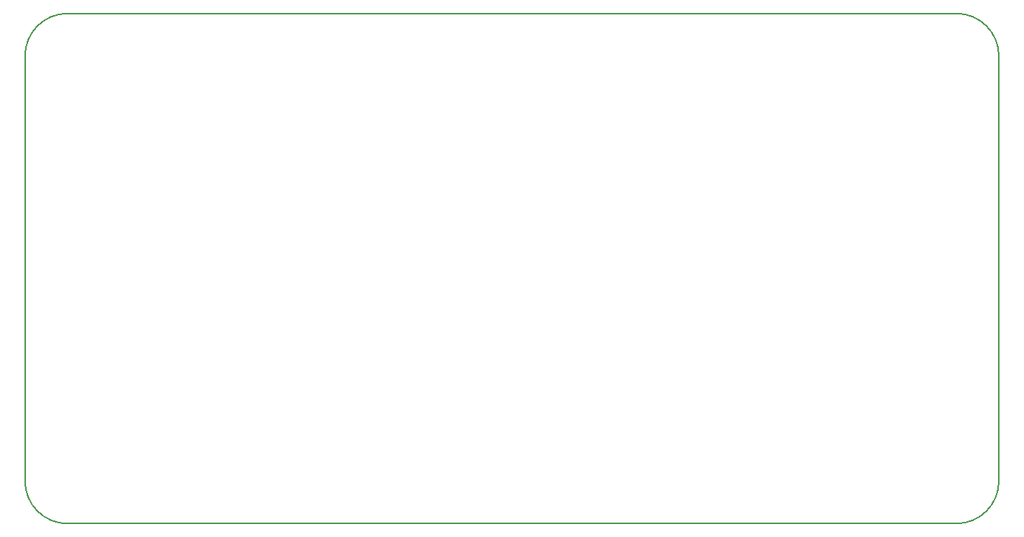
<source format=gm1>
G04 #@! TF.GenerationSoftware,KiCad,Pcbnew,(5.1.5)-3*
G04 #@! TF.CreationDate,2020-02-15T15:27:20-06:00*
G04 #@! TF.ProjectId,RTDTemp,52544454-656d-4702-9e6b-696361645f70,Rev1.2+*
G04 #@! TF.SameCoordinates,Original*
G04 #@! TF.FileFunction,Profile,NP*
%FSLAX46Y46*%
G04 Gerber Fmt 4.6, Leading zero omitted, Abs format (unit mm)*
G04 Created by KiCad (PCBNEW (5.1.5)-3) date 2020-02-15 15:27:20*
%MOMM*%
%LPD*%
G04 APERTURE LIST*
%ADD10C,0.150000*%
G04 APERTURE END LIST*
D10*
X107550000Y-110215000D02*
G75*
G02X102550000Y-105215000I0J5000000D01*
G01*
X217050000Y-105215000D02*
G75*
G02X212050000Y-110215000I-5000000J0D01*
G01*
X212050000Y-50215000D02*
G75*
G02X217050000Y-55215000I0J-5000000D01*
G01*
X102550000Y-55215000D02*
G75*
G02X107550000Y-50215000I5000000J0D01*
G01*
X102550000Y-105215000D02*
X102550000Y-55215000D01*
X212050000Y-110215000D02*
X107550000Y-110215000D01*
X217050000Y-55215000D02*
X217050000Y-105215000D01*
X107550000Y-50215000D02*
X212050000Y-50215000D01*
M02*

</source>
